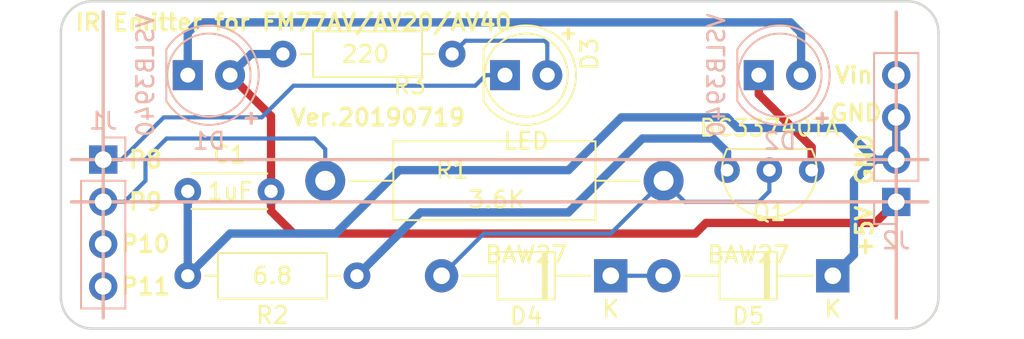
<source format=kicad_pcb>
(kicad_pcb (version 20171130) (host pcbnew "(5.0.2)-1")

  (general
    (thickness 1.6)
    (drawings 22)
    (tracks 67)
    (zones 0)
    (modules 12)
    (nets 14)
  )

  (page A4)
  (layers
    (0 F.Cu signal)
    (31 B.Cu signal)
    (32 B.Adhes user)
    (33 F.Adhes user)
    (34 B.Paste user)
    (35 F.Paste user)
    (36 B.SilkS user)
    (37 F.SilkS user)
    (38 B.Mask user)
    (39 F.Mask user)
    (40 Dwgs.User user)
    (41 Cmts.User user)
    (42 Eco1.User user)
    (43 Eco2.User user)
    (44 Edge.Cuts user)
    (45 Margin user)
    (46 B.CrtYd user)
    (47 F.CrtYd user)
    (48 B.Fab user)
    (49 F.Fab user)
  )

  (setup
    (last_trace_width 0.25)
    (trace_clearance 0.2)
    (zone_clearance 0.508)
    (zone_45_only no)
    (trace_min 0.2)
    (segment_width 0.2)
    (edge_width 0.15)
    (via_size 0.8)
    (via_drill 0.4)
    (via_min_size 0.4)
    (via_min_drill 0.3)
    (uvia_size 0.3)
    (uvia_drill 0.1)
    (uvias_allowed no)
    (uvia_min_size 0.2)
    (uvia_min_drill 0.1)
    (pcb_text_width 0.3)
    (pcb_text_size 1.5 1.5)
    (mod_edge_width 0.15)
    (mod_text_size 1 1)
    (mod_text_width 0.15)
    (pad_size 1.524 1.524)
    (pad_drill 0.762)
    (pad_to_mask_clearance 0.051)
    (solder_mask_min_width 0.25)
    (aux_axis_origin 0 0)
    (visible_elements 7FFFFFFF)
    (pcbplotparams
      (layerselection 0x010fc_ffffffff)
      (usegerberextensions false)
      (usegerberattributes false)
      (usegerberadvancedattributes false)
      (creategerberjobfile false)
      (excludeedgelayer true)
      (linewidth 0.100000)
      (plotframeref false)
      (viasonmask false)
      (mode 1)
      (useauxorigin false)
      (hpglpennumber 1)
      (hpglpenspeed 20)
      (hpglpendiameter 15.000000)
      (psnegative false)
      (psa4output false)
      (plotreference true)
      (plotvalue true)
      (plotinvisibletext false)
      (padsonsilk false)
      (subtractmaskfromsilk false)
      (outputformat 1)
      (mirror false)
      (drillshape 1)
      (scaleselection 1)
      (outputdirectory ""))
  )

  (net 0 "")
  (net 1 "Net-(D2-Pad1)")
  (net 2 "Net-(D4-Pad2)")
  (net 3 "Net-(Q1-Pad3)")
  (net 4 /P9)
  (net 5 GND)
  (net 6 +5V)
  (net 7 "Net-(D3-Pad2)")
  (net 8 "Net-(D1-Pad1)")
  (net 9 /P8)
  (net 10 "Net-(D4-Pad1)")
  (net 11 /P10)
  (net 12 /P11)
  (net 13 "Net-(J2-Pad4)")

  (net_class Default "This is the default net class."
    (clearance 0.2)
    (trace_width 0.25)
    (via_dia 0.8)
    (via_drill 0.4)
    (uvia_dia 0.3)
    (uvia_drill 0.1)
    (add_net /P10)
    (add_net /P11)
    (add_net /P8)
    (add_net /P9)
    (add_net "Net-(D1-Pad1)")
    (add_net "Net-(D2-Pad1)")
    (add_net "Net-(D3-Pad2)")
    (add_net "Net-(D4-Pad1)")
    (add_net "Net-(D4-Pad2)")
    (add_net "Net-(J2-Pad4)")
    (add_net "Net-(Q1-Pad3)")
  )

  (net_class Power ""
    (clearance 0.2)
    (trace_width 0.5)
    (via_dia 0.8)
    (via_drill 0.4)
    (uvia_dia 0.3)
    (uvia_drill 0.1)
    (add_net +5V)
    (add_net GND)
  )

  (module Connector_PinHeader_2.54mm:PinHeader_1x04_P2.54mm_Vertical (layer B.Cu) (tedit 59FED5CC) (tstamp 5D3CCFE6)
    (at 128.905 92.71)
    (descr "Through hole straight pin header, 1x04, 2.54mm pitch, single row")
    (tags "Through hole pin header THT 1x04 2.54mm single row")
    (path /5D23EEC9)
    (fp_text reference J2 (at 0 2.33) (layer B.SilkS)
      (effects (font (size 1 1) (thickness 0.15)) (justify mirror))
    )
    (fp_text value Arduino_Pin_5V_GND (at 0 -9.95) (layer B.Fab)
      (effects (font (size 1 1) (thickness 0.15)) (justify mirror))
    )
    (fp_text user %R (at 0 -3.81 -90) (layer B.Fab)
      (effects (font (size 1 1) (thickness 0.15)) (justify mirror))
    )
    (fp_line (start 1.8 1.8) (end -1.8 1.8) (layer B.CrtYd) (width 0.05))
    (fp_line (start 1.8 -9.4) (end 1.8 1.8) (layer B.CrtYd) (width 0.05))
    (fp_line (start -1.8 -9.4) (end 1.8 -9.4) (layer B.CrtYd) (width 0.05))
    (fp_line (start -1.8 1.8) (end -1.8 -9.4) (layer B.CrtYd) (width 0.05))
    (fp_line (start -1.33 1.33) (end 0 1.33) (layer B.SilkS) (width 0.12))
    (fp_line (start -1.33 0) (end -1.33 1.33) (layer B.SilkS) (width 0.12))
    (fp_line (start -1.33 -1.27) (end 1.33 -1.27) (layer B.SilkS) (width 0.12))
    (fp_line (start 1.33 -1.27) (end 1.33 -8.95) (layer B.SilkS) (width 0.12))
    (fp_line (start -1.33 -1.27) (end -1.33 -8.95) (layer B.SilkS) (width 0.12))
    (fp_line (start -1.33 -8.95) (end 1.33 -8.95) (layer B.SilkS) (width 0.12))
    (fp_line (start -1.27 0.635) (end -0.635 1.27) (layer B.Fab) (width 0.1))
    (fp_line (start -1.27 -8.89) (end -1.27 0.635) (layer B.Fab) (width 0.1))
    (fp_line (start 1.27 -8.89) (end -1.27 -8.89) (layer B.Fab) (width 0.1))
    (fp_line (start 1.27 1.27) (end 1.27 -8.89) (layer B.Fab) (width 0.1))
    (fp_line (start -0.635 1.27) (end 1.27 1.27) (layer B.Fab) (width 0.1))
    (pad 4 thru_hole oval (at 0 -7.62) (size 1.7 1.7) (drill 1) (layers *.Cu *.Mask)
      (net 13 "Net-(J2-Pad4)"))
    (pad 3 thru_hole oval (at 0 -5.08) (size 1.7 1.7) (drill 1) (layers *.Cu *.Mask)
      (net 5 GND))
    (pad 2 thru_hole oval (at 0 -2.54) (size 1.7 1.7) (drill 1) (layers *.Cu *.Mask)
      (net 5 GND))
    (pad 1 thru_hole rect (at 0 0) (size 1.7 1.7) (drill 1) (layers *.Cu *.Mask)
      (net 6 +5V))
    (model ${KISYS3DMOD}/Connector_PinHeader_2.54mm.3dshapes/PinHeader_1x04_P2.54mm_Vertical.wrl
      (at (xyz 0 0 0))
      (scale (xyz 1 1 1))
      (rotate (xyz 0 0 0))
    )
  )

  (module Connector_PinHeader_2.54mm:PinHeader_1x04_P2.54mm_Vertical (layer B.Cu) (tedit 59FED5CC) (tstamp 5D3CCFCF)
    (at 81.28 90.17 180)
    (descr "Through hole straight pin header, 1x04, 2.54mm pitch, single row")
    (tags "Through hole pin header THT 1x04 2.54mm single row")
    (path /5D23EE15)
    (fp_text reference J1 (at 0 2.33 180) (layer B.SilkS)
      (effects (font (size 1 1) (thickness 0.15)) (justify mirror))
    )
    (fp_text value Arduino_Pin_8_9 (at 0 -9.95 180) (layer B.Fab)
      (effects (font (size 1 1) (thickness 0.15)) (justify mirror))
    )
    (fp_line (start -0.635 1.27) (end 1.27 1.27) (layer B.Fab) (width 0.1))
    (fp_line (start 1.27 1.27) (end 1.27 -8.89) (layer B.Fab) (width 0.1))
    (fp_line (start 1.27 -8.89) (end -1.27 -8.89) (layer B.Fab) (width 0.1))
    (fp_line (start -1.27 -8.89) (end -1.27 0.635) (layer B.Fab) (width 0.1))
    (fp_line (start -1.27 0.635) (end -0.635 1.27) (layer B.Fab) (width 0.1))
    (fp_line (start -1.33 -8.95) (end 1.33 -8.95) (layer B.SilkS) (width 0.12))
    (fp_line (start -1.33 -1.27) (end -1.33 -8.95) (layer B.SilkS) (width 0.12))
    (fp_line (start 1.33 -1.27) (end 1.33 -8.95) (layer B.SilkS) (width 0.12))
    (fp_line (start -1.33 -1.27) (end 1.33 -1.27) (layer B.SilkS) (width 0.12))
    (fp_line (start -1.33 0) (end -1.33 1.33) (layer B.SilkS) (width 0.12))
    (fp_line (start -1.33 1.33) (end 0 1.33) (layer B.SilkS) (width 0.12))
    (fp_line (start -1.8 1.8) (end -1.8 -9.4) (layer B.CrtYd) (width 0.05))
    (fp_line (start -1.8 -9.4) (end 1.8 -9.4) (layer B.CrtYd) (width 0.05))
    (fp_line (start 1.8 -9.4) (end 1.8 1.8) (layer B.CrtYd) (width 0.05))
    (fp_line (start 1.8 1.8) (end -1.8 1.8) (layer B.CrtYd) (width 0.05))
    (fp_text user %R (at 0 -3.81 90) (layer B.Fab)
      (effects (font (size 1 1) (thickness 0.15)) (justify mirror))
    )
    (pad 1 thru_hole rect (at 0 0 180) (size 1.7 1.7) (drill 1) (layers *.Cu *.Mask)
      (net 9 /P8))
    (pad 2 thru_hole oval (at 0 -2.54 180) (size 1.7 1.7) (drill 1) (layers *.Cu *.Mask)
      (net 4 /P9))
    (pad 3 thru_hole oval (at 0 -5.08 180) (size 1.7 1.7) (drill 1) (layers *.Cu *.Mask)
      (net 11 /P10))
    (pad 4 thru_hole oval (at 0 -7.62 180) (size 1.7 1.7) (drill 1) (layers *.Cu *.Mask)
      (net 12 /P11))
    (model ${KISYS3DMOD}/Connector_PinHeader_2.54mm.3dshapes/PinHeader_1x04_P2.54mm_Vertical.wrl
      (at (xyz 0 0 0))
      (scale (xyz 1 1 1))
      (rotate (xyz 0 0 0))
    )
  )

  (module Capacitor_THT:C_Disc_D4.3mm_W1.9mm_P5.00mm (layer F.Cu) (tedit 5D241442) (tstamp 5D249ED4)
    (at 86.36 92.075)
    (descr "C, Disc series, Radial, pin pitch=5.00mm, , diameter*width=4.3*1.9mm^2, Capacitor, http://www.vishay.com/docs/45233/krseries.pdf")
    (tags "C Disc series Radial pin pitch 5.00mm  diameter 4.3mm width 1.9mm Capacitor")
    (path /5D23F1D3)
    (fp_text reference C1 (at 2.5 -2.2) (layer F.SilkS)
      (effects (font (size 1 1) (thickness 0.15)))
    )
    (fp_text value 1uF (at 2.54 0) (layer F.SilkS)
      (effects (font (size 1 1) (thickness 0.15)))
    )
    (fp_line (start 0.35 -0.95) (end 0.35 0.95) (layer F.Fab) (width 0.1))
    (fp_line (start 0.35 0.95) (end 4.65 0.95) (layer F.Fab) (width 0.1))
    (fp_line (start 4.65 0.95) (end 4.65 -0.95) (layer F.Fab) (width 0.1))
    (fp_line (start 4.65 -0.95) (end 0.35 -0.95) (layer F.Fab) (width 0.1))
    (fp_line (start 0.23 -1.07) (end 4.77 -1.07) (layer F.SilkS) (width 0.12))
    (fp_line (start 0.23 1.07) (end 4.77 1.07) (layer F.SilkS) (width 0.12))
    (fp_line (start 0.23 -1.07) (end 0.23 -1.055) (layer F.SilkS) (width 0.12))
    (fp_line (start 0.23 1.055) (end 0.23 1.07) (layer F.SilkS) (width 0.12))
    (fp_line (start 4.77 -1.07) (end 4.77 -1.055) (layer F.SilkS) (width 0.12))
    (fp_line (start 4.77 1.055) (end 4.77 1.07) (layer F.SilkS) (width 0.12))
    (fp_line (start -1.05 -1.2) (end -1.05 1.2) (layer F.CrtYd) (width 0.05))
    (fp_line (start -1.05 1.2) (end 6.05 1.2) (layer F.CrtYd) (width 0.05))
    (fp_line (start 6.05 1.2) (end 6.05 -1.2) (layer F.CrtYd) (width 0.05))
    (fp_line (start 6.05 -1.2) (end -1.05 -1.2) (layer F.CrtYd) (width 0.05))
    (fp_text user %R (at 2.54 -1.905) (layer F.Fab)
      (effects (font (size 0.86 0.86) (thickness 0.129)))
    )
    (pad 1 thru_hole circle (at 0 0) (size 1.6 1.6) (drill 0.8) (layers *.Cu *.Mask)
      (net 5 GND))
    (pad 2 thru_hole circle (at 5 0) (size 1.6 1.6) (drill 0.8) (layers *.Cu *.Mask)
      (net 6 +5V))
    (model ${KISYS3DMOD}/Capacitor_THT.3dshapes/C_Disc_D4.3mm_W1.9mm_P5.00mm.wrl
      (at (xyz 0 0 0))
      (scale (xyz 1 1 1))
      (rotate (xyz 0 0 0))
    )
  )

  (module Diode_THT:D_T-1_P10.16mm_Horizontal (layer F.Cu) (tedit 5D241459) (tstamp 5D3CD39F)
    (at 125.095 97.155 180)
    (descr "Diode, T-1 series, Axial, Horizontal, pin pitch=10.16mm, , length*diameter=3.2*2.6mm^2, , http://www.diodes.com/_files/packages/T-1.pdf")
    (tags "Diode T-1 series Axial Horizontal pin pitch 10.16mm  length 3.2mm diameter 2.6mm")
    (path /5D23EAEF)
    (fp_text reference D5 (at 5.08 -2.42 180) (layer F.SilkS)
      (effects (font (size 1 1) (thickness 0.15)))
    )
    (fp_text value BAW27 (at 5.08 1.27 180) (layer F.SilkS)
      (effects (font (size 1 1) (thickness 0.15)))
    )
    (fp_text user K (at 0 -2 180) (layer F.SilkS)
      (effects (font (size 1 1) (thickness 0.15)))
    )
    (fp_text user K (at 0 -2 180) (layer F.Fab)
      (effects (font (size 1 1) (thickness 0.15)))
    )
    (fp_text user %R (at 5.32 0 180) (layer F.Fab)
      (effects (font (size 0.64 0.64) (thickness 0.096)))
    )
    (fp_line (start 11.41 -1.55) (end -1.25 -1.55) (layer F.CrtYd) (width 0.05))
    (fp_line (start 11.41 1.55) (end 11.41 -1.55) (layer F.CrtYd) (width 0.05))
    (fp_line (start -1.25 1.55) (end 11.41 1.55) (layer F.CrtYd) (width 0.05))
    (fp_line (start -1.25 -1.55) (end -1.25 1.55) (layer F.CrtYd) (width 0.05))
    (fp_line (start 3.84 -1.42) (end 3.84 1.42) (layer F.SilkS) (width 0.12))
    (fp_line (start 4.08 -1.42) (end 4.08 1.42) (layer F.SilkS) (width 0.12))
    (fp_line (start 3.96 -1.42) (end 3.96 1.42) (layer F.SilkS) (width 0.12))
    (fp_line (start 8.92 0) (end 6.8 0) (layer F.SilkS) (width 0.12))
    (fp_line (start 1.24 0) (end 3.36 0) (layer F.SilkS) (width 0.12))
    (fp_line (start 6.8 -1.42) (end 3.36 -1.42) (layer F.SilkS) (width 0.12))
    (fp_line (start 6.8 1.42) (end 6.8 -1.42) (layer F.SilkS) (width 0.12))
    (fp_line (start 3.36 1.42) (end 6.8 1.42) (layer F.SilkS) (width 0.12))
    (fp_line (start 3.36 -1.42) (end 3.36 1.42) (layer F.SilkS) (width 0.12))
    (fp_line (start 3.86 -1.3) (end 3.86 1.3) (layer F.Fab) (width 0.1))
    (fp_line (start 4.06 -1.3) (end 4.06 1.3) (layer F.Fab) (width 0.1))
    (fp_line (start 3.96 -1.3) (end 3.96 1.3) (layer F.Fab) (width 0.1))
    (fp_line (start 10.16 0) (end 6.68 0) (layer F.Fab) (width 0.1))
    (fp_line (start 0 0) (end 3.48 0) (layer F.Fab) (width 0.1))
    (fp_line (start 6.68 -1.3) (end 3.48 -1.3) (layer F.Fab) (width 0.1))
    (fp_line (start 6.68 1.3) (end 6.68 -1.3) (layer F.Fab) (width 0.1))
    (fp_line (start 3.48 1.3) (end 6.68 1.3) (layer F.Fab) (width 0.1))
    (fp_line (start 3.48 -1.3) (end 3.48 1.3) (layer F.Fab) (width 0.1))
    (pad 2 thru_hole oval (at 10.16 0 180) (size 2 2) (drill 1) (layers *.Cu *.Mask)
      (net 10 "Net-(D4-Pad1)"))
    (pad 1 thru_hole rect (at 0 0 180) (size 2 2) (drill 1) (layers *.Cu *.Mask)
      (net 5 GND))
    (model ${KISYS3DMOD}/Diode_THT.3dshapes/D_T-1_P10.16mm_Horizontal.wrl
      (at (xyz 0 0 0))
      (scale (xyz 1 1 1))
      (rotate (xyz 0 0 0))
    )
  )

  (module Diode_THT:D_T-1_P10.16mm_Horizontal (layer F.Cu) (tedit 5D24144D) (tstamp 5D3CBF33)
    (at 111.76 97.155 180)
    (descr "Diode, T-1 series, Axial, Horizontal, pin pitch=10.16mm, , length*diameter=3.2*2.6mm^2, , http://www.diodes.com/_files/packages/T-1.pdf")
    (tags "Diode T-1 series Axial Horizontal pin pitch 10.16mm  length 3.2mm diameter 2.6mm")
    (path /5D23EA91)
    (fp_text reference D4 (at 5.08 -2.42 180) (layer F.SilkS)
      (effects (font (size 1 1) (thickness 0.15)))
    )
    (fp_text value BAW27 (at 5.08 1.27 180) (layer F.SilkS)
      (effects (font (size 1 1) (thickness 0.15)))
    )
    (fp_line (start 3.48 -1.3) (end 3.48 1.3) (layer F.Fab) (width 0.1))
    (fp_line (start 3.48 1.3) (end 6.68 1.3) (layer F.Fab) (width 0.1))
    (fp_line (start 6.68 1.3) (end 6.68 -1.3) (layer F.Fab) (width 0.1))
    (fp_line (start 6.68 -1.3) (end 3.48 -1.3) (layer F.Fab) (width 0.1))
    (fp_line (start 0 0) (end 3.48 0) (layer F.Fab) (width 0.1))
    (fp_line (start 10.16 0) (end 6.68 0) (layer F.Fab) (width 0.1))
    (fp_line (start 3.96 -1.3) (end 3.96 1.3) (layer F.Fab) (width 0.1))
    (fp_line (start 4.06 -1.3) (end 4.06 1.3) (layer F.Fab) (width 0.1))
    (fp_line (start 3.86 -1.3) (end 3.86 1.3) (layer F.Fab) (width 0.1))
    (fp_line (start 3.36 -1.42) (end 3.36 1.42) (layer F.SilkS) (width 0.12))
    (fp_line (start 3.36 1.42) (end 6.8 1.42) (layer F.SilkS) (width 0.12))
    (fp_line (start 6.8 1.42) (end 6.8 -1.42) (layer F.SilkS) (width 0.12))
    (fp_line (start 6.8 -1.42) (end 3.36 -1.42) (layer F.SilkS) (width 0.12))
    (fp_line (start 1.24 0) (end 3.36 0) (layer F.SilkS) (width 0.12))
    (fp_line (start 8.92 0) (end 6.8 0) (layer F.SilkS) (width 0.12))
    (fp_line (start 3.96 -1.42) (end 3.96 1.42) (layer F.SilkS) (width 0.12))
    (fp_line (start 4.08 -1.42) (end 4.08 1.42) (layer F.SilkS) (width 0.12))
    (fp_line (start 3.84 -1.42) (end 3.84 1.42) (layer F.SilkS) (width 0.12))
    (fp_line (start -1.25 -1.55) (end -1.25 1.55) (layer F.CrtYd) (width 0.05))
    (fp_line (start -1.25 1.55) (end 11.41 1.55) (layer F.CrtYd) (width 0.05))
    (fp_line (start 11.41 1.55) (end 11.41 -1.55) (layer F.CrtYd) (width 0.05))
    (fp_line (start 11.41 -1.55) (end -1.25 -1.55) (layer F.CrtYd) (width 0.05))
    (fp_text user %R (at 5.32 0 180) (layer F.Fab)
      (effects (font (size 0.64 0.64) (thickness 0.096)))
    )
    (fp_text user K (at 0 -2 180) (layer F.Fab)
      (effects (font (size 1 1) (thickness 0.15)))
    )
    (fp_text user K (at 0 -2 180) (layer F.SilkS)
      (effects (font (size 1 1) (thickness 0.15)))
    )
    (pad 1 thru_hole rect (at 0 0 180) (size 2 2) (drill 1) (layers *.Cu *.Mask)
      (net 10 "Net-(D4-Pad1)"))
    (pad 2 thru_hole oval (at 10.16 0 180) (size 2 2) (drill 1) (layers *.Cu *.Mask)
      (net 2 "Net-(D4-Pad2)"))
    (model ${KISYS3DMOD}/Diode_THT.3dshapes/D_T-1_P10.16mm_Horizontal.wrl
      (at (xyz 0 0 0))
      (scale (xyz 1 1 1))
      (rotate (xyz 0 0 0))
    )
  )

  (module LED_THT:LED_D5.0mm (layer F.Cu) (tedit 5D241513) (tstamp 5D24A305)
    (at 105.41 85.09)
    (descr "LED, diameter 5.0mm, 2 pins, http://cdn-reichelt.de/documents/datenblatt/A500/LL-504BC2E-009.pdf")
    (tags "LED diameter 5.0mm 2 pins")
    (path /5D23ECDE)
    (fp_text reference D3 (at 5.08 -1.27 90) (layer F.SilkS)
      (effects (font (size 1 1) (thickness 0.15)))
    )
    (fp_text value LED (at 1.27 3.96) (layer F.SilkS)
      (effects (font (size 1 1) (thickness 0.15)))
    )
    (fp_arc (start 1.27 0) (end -1.23 -1.469694) (angle 299.1) (layer F.Fab) (width 0.1))
    (fp_arc (start 1.27 0) (end -1.29 -1.54483) (angle 148.9) (layer F.SilkS) (width 0.12))
    (fp_arc (start 1.27 0) (end -1.29 1.54483) (angle -148.9) (layer F.SilkS) (width 0.12))
    (fp_circle (center 1.27 0) (end 3.77 0) (layer F.Fab) (width 0.1))
    (fp_circle (center 1.27 0) (end 3.77 0) (layer F.SilkS) (width 0.12))
    (fp_line (start -1.23 -1.469694) (end -1.23 1.469694) (layer F.Fab) (width 0.1))
    (fp_line (start -1.29 -1.545) (end -1.29 1.545) (layer F.SilkS) (width 0.12))
    (fp_line (start -1.95 -3.25) (end -1.95 3.25) (layer F.CrtYd) (width 0.05))
    (fp_line (start -1.95 3.25) (end 4.5 3.25) (layer F.CrtYd) (width 0.05))
    (fp_line (start 4.5 3.25) (end 4.5 -3.25) (layer F.CrtYd) (width 0.05))
    (fp_line (start 4.5 -3.25) (end -1.95 -3.25) (layer F.CrtYd) (width 0.05))
    (fp_text user + (at 3.81 -2.54) (layer F.SilkS)
      (effects (font (size 0.8 0.8) (thickness 0.2)))
    )
    (pad 1 thru_hole rect (at 0 0) (size 1.8 1.8) (drill 0.9) (layers *.Cu *.Mask)
      (net 9 /P8))
    (pad 2 thru_hole circle (at 2.54 0) (size 1.8 1.8) (drill 0.9) (layers *.Cu *.Mask)
      (net 7 "Net-(D3-Pad2)"))
    (model ${KISYS3DMOD}/LED_THT.3dshapes/LED_D5.0mm.wrl
      (at (xyz 0 0 0))
      (scale (xyz 1 1 1))
      (rotate (xyz 0 0 0))
    )
  )

  (module LED_THT:LED_D5.0mm (layer B.Cu) (tedit 5D241521) (tstamp 5D3CBDDC)
    (at 120.65 85.09)
    (descr "LED, diameter 5.0mm, 2 pins, http://cdn-reichelt.de/documents/datenblatt/A500/LL-504BC2E-009.pdf")
    (tags "LED diameter 5.0mm 2 pins")
    (path /5D23EBC7)
    (fp_text reference D2 (at 1.27 3.96) (layer B.SilkS)
      (effects (font (size 1 1) (thickness 0.15)) (justify mirror))
    )
    (fp_text value VSLB3940 (at -2.54 0 90) (layer B.SilkS)
      (effects (font (size 1 1) (thickness 0.15)) (justify mirror))
    )
    (fp_text user + (at 3.81 2.54) (layer B.SilkS)
      (effects (font (size 0.8 0.8) (thickness 0.2)) (justify mirror))
    )
    (fp_line (start 4.5 3.25) (end -1.95 3.25) (layer B.CrtYd) (width 0.05))
    (fp_line (start 4.5 -3.25) (end 4.5 3.25) (layer B.CrtYd) (width 0.05))
    (fp_line (start -1.95 -3.25) (end 4.5 -3.25) (layer B.CrtYd) (width 0.05))
    (fp_line (start -1.95 3.25) (end -1.95 -3.25) (layer B.CrtYd) (width 0.05))
    (fp_line (start -1.29 1.545) (end -1.29 -1.545) (layer B.SilkS) (width 0.12))
    (fp_line (start -1.23 1.469694) (end -1.23 -1.469694) (layer B.Fab) (width 0.1))
    (fp_circle (center 1.27 0) (end 3.77 0) (layer B.SilkS) (width 0.12))
    (fp_circle (center 1.27 0) (end 3.77 0) (layer B.Fab) (width 0.1))
    (fp_arc (start 1.27 0) (end -1.29 -1.54483) (angle 148.9) (layer B.SilkS) (width 0.12))
    (fp_arc (start 1.27 0) (end -1.29 1.54483) (angle -148.9) (layer B.SilkS) (width 0.12))
    (fp_arc (start 1.27 0) (end -1.23 1.469694) (angle -299.1) (layer B.Fab) (width 0.1))
    (pad 2 thru_hole circle (at 2.54 0) (size 1.8 1.8) (drill 0.9) (layers *.Cu *.Mask)
      (net 8 "Net-(D1-Pad1)"))
    (pad 1 thru_hole rect (at 0 0) (size 1.8 1.8) (drill 0.9) (layers *.Cu *.Mask)
      (net 1 "Net-(D2-Pad1)"))
    (model ${KISYS3DMOD}/LED_THT.3dshapes/LED_D5.0mm.wrl
      (at (xyz 0 0 0))
      (scale (xyz 1 1 1))
      (rotate (xyz 0 0 0))
    )
  )

  (module LED_THT:LED_D5.0mm (layer B.Cu) (tedit 5D2414D8) (tstamp 5D3CBE0F)
    (at 86.36 85.09)
    (descr "LED, diameter 5.0mm, 2 pins, http://cdn-reichelt.de/documents/datenblatt/A500/LL-504BC2E-009.pdf")
    (tags "LED diameter 5.0mm 2 pins")
    (path /5D23EA04)
    (fp_text reference D1 (at 1.27 3.96) (layer B.SilkS)
      (effects (font (size 1 1) (thickness 0.15)) (justify mirror))
    )
    (fp_text value VSLB3940 (at -2.54 0 90) (layer B.SilkS)
      (effects (font (size 1 1) (thickness 0.15)) (justify mirror))
    )
    (fp_arc (start 1.27 0) (end -1.23 1.469694) (angle -299.1) (layer B.Fab) (width 0.1))
    (fp_arc (start 1.27 0) (end -1.29 1.54483) (angle -148.9) (layer B.SilkS) (width 0.12))
    (fp_arc (start 1.27 0) (end -1.29 -1.54483) (angle 148.9) (layer B.SilkS) (width 0.12))
    (fp_circle (center 1.27 0) (end 3.77 0) (layer B.Fab) (width 0.1))
    (fp_circle (center 1.27 0) (end 3.77 0) (layer B.SilkS) (width 0.12))
    (fp_line (start -1.23 1.469694) (end -1.23 -1.469694) (layer B.Fab) (width 0.1))
    (fp_line (start -1.29 1.545) (end -1.29 -1.545) (layer B.SilkS) (width 0.12))
    (fp_line (start -1.95 3.25) (end -1.95 -3.25) (layer B.CrtYd) (width 0.05))
    (fp_line (start -1.95 -3.25) (end 4.5 -3.25) (layer B.CrtYd) (width 0.05))
    (fp_line (start 4.5 -3.25) (end 4.5 3.25) (layer B.CrtYd) (width 0.05))
    (fp_line (start 4.5 3.25) (end -1.95 3.25) (layer B.CrtYd) (width 0.05))
    (fp_text user + (at 3.81 2.54) (layer B.SilkS)
      (effects (font (size 0.8 0.8) (thickness 0.2)) (justify mirror))
    )
    (pad 1 thru_hole rect (at 0 0) (size 1.8 1.8) (drill 0.9) (layers *.Cu *.Mask)
      (net 8 "Net-(D1-Pad1)"))
    (pad 2 thru_hole circle (at 2.54 0) (size 1.8 1.8) (drill 0.9) (layers *.Cu *.Mask)
      (net 6 +5V))
    (model ${KISYS3DMOD}/LED_THT.3dshapes/LED_D5.0mm.wrl
      (at (xyz 0 0 0))
      (scale (xyz 1 1 1))
      (rotate (xyz 0 0 0))
    )
  )

  (module Resistor_THT:R_Axial_DIN0207_L6.3mm_D2.5mm_P10.16mm_Horizontal (layer F.Cu) (tedit 5D241482) (tstamp 5D3CBE47)
    (at 102.235 83.82 180)
    (descr "Resistor, Axial_DIN0207 series, Axial, Horizontal, pin pitch=10.16mm, 0.25W = 1/4W, length*diameter=6.3*2.5mm^2, http://cdn-reichelt.de/documents/datenblatt/B400/1_4W%23YAG.pdf")
    (tags "Resistor Axial_DIN0207 series Axial Horizontal pin pitch 10.16mm 0.25W = 1/4W length 6.3mm diameter 2.5mm")
    (path /5D23F264)
    (fp_text reference R3 (at 2.54 -1.905 180) (layer F.SilkS)
      (effects (font (size 1 1) (thickness 0.15)))
    )
    (fp_text value 220 (at 5.207 0 180) (layer F.SilkS)
      (effects (font (size 1 1) (thickness 0.15)))
    )
    (fp_text user %R (at 5.207 -1.905 180) (layer F.Fab)
      (effects (font (size 1 1) (thickness 0.15)))
    )
    (fp_line (start 11.21 -1.5) (end -1.05 -1.5) (layer F.CrtYd) (width 0.05))
    (fp_line (start 11.21 1.5) (end 11.21 -1.5) (layer F.CrtYd) (width 0.05))
    (fp_line (start -1.05 1.5) (end 11.21 1.5) (layer F.CrtYd) (width 0.05))
    (fp_line (start -1.05 -1.5) (end -1.05 1.5) (layer F.CrtYd) (width 0.05))
    (fp_line (start 9.12 0) (end 8.35 0) (layer F.SilkS) (width 0.12))
    (fp_line (start 1.04 0) (end 1.81 0) (layer F.SilkS) (width 0.12))
    (fp_line (start 8.35 -1.37) (end 1.81 -1.37) (layer F.SilkS) (width 0.12))
    (fp_line (start 8.35 1.37) (end 8.35 -1.37) (layer F.SilkS) (width 0.12))
    (fp_line (start 1.81 1.37) (end 8.35 1.37) (layer F.SilkS) (width 0.12))
    (fp_line (start 1.81 -1.37) (end 1.81 1.37) (layer F.SilkS) (width 0.12))
    (fp_line (start 10.16 0) (end 8.23 0) (layer F.Fab) (width 0.1))
    (fp_line (start 0 0) (end 1.93 0) (layer F.Fab) (width 0.1))
    (fp_line (start 8.23 -1.25) (end 1.93 -1.25) (layer F.Fab) (width 0.1))
    (fp_line (start 8.23 1.25) (end 8.23 -1.25) (layer F.Fab) (width 0.1))
    (fp_line (start 1.93 1.25) (end 8.23 1.25) (layer F.Fab) (width 0.1))
    (fp_line (start 1.93 -1.25) (end 1.93 1.25) (layer F.Fab) (width 0.1))
    (pad 2 thru_hole oval (at 10.16 0 180) (size 1.6 1.6) (drill 0.8) (layers *.Cu *.Mask)
      (net 6 +5V))
    (pad 1 thru_hole circle (at 0 0 180) (size 1.6 1.6) (drill 0.8) (layers *.Cu *.Mask)
      (net 7 "Net-(D3-Pad2)"))
    (model ${KISYS3DMOD}/Resistor_THT.3dshapes/R_Axial_DIN0207_L6.3mm_D2.5mm_P10.16mm_Horizontal.wrl
      (at (xyz 0 0 0))
      (scale (xyz 1 1 1))
      (rotate (xyz 0 0 0))
    )
  )

  (module Resistor_THT:R_Axial_DIN0207_L6.3mm_D2.5mm_P10.16mm_Horizontal (layer F.Cu) (tedit 5D24146D) (tstamp 5D3CBE89)
    (at 96.52 97.155 180)
    (descr "Resistor, Axial_DIN0207 series, Axial, Horizontal, pin pitch=10.16mm, 0.25W = 1/4W, length*diameter=6.3*2.5mm^2, http://cdn-reichelt.de/documents/datenblatt/B400/1_4W%23YAG.pdf")
    (tags "Resistor Axial_DIN0207 series Axial Horizontal pin pitch 10.16mm 0.25W = 1/4W length 6.3mm diameter 2.5mm")
    (path /5D23F083)
    (fp_text reference R2 (at 5.08 -2.37 180) (layer F.SilkS)
      (effects (font (size 1 1) (thickness 0.15)))
    )
    (fp_text value 6.8 (at 5.08 0 180) (layer F.SilkS)
      (effects (font (size 1 1) (thickness 0.15)))
    )
    (fp_line (start 1.93 -1.25) (end 1.93 1.25) (layer F.Fab) (width 0.1))
    (fp_line (start 1.93 1.25) (end 8.23 1.25) (layer F.Fab) (width 0.1))
    (fp_line (start 8.23 1.25) (end 8.23 -1.25) (layer F.Fab) (width 0.1))
    (fp_line (start 8.23 -1.25) (end 1.93 -1.25) (layer F.Fab) (width 0.1))
    (fp_line (start 0 0) (end 1.93 0) (layer F.Fab) (width 0.1))
    (fp_line (start 10.16 0) (end 8.23 0) (layer F.Fab) (width 0.1))
    (fp_line (start 1.81 -1.37) (end 1.81 1.37) (layer F.SilkS) (width 0.12))
    (fp_line (start 1.81 1.37) (end 8.35 1.37) (layer F.SilkS) (width 0.12))
    (fp_line (start 8.35 1.37) (end 8.35 -1.37) (layer F.SilkS) (width 0.12))
    (fp_line (start 8.35 -1.37) (end 1.81 -1.37) (layer F.SilkS) (width 0.12))
    (fp_line (start 1.04 0) (end 1.81 0) (layer F.SilkS) (width 0.12))
    (fp_line (start 9.12 0) (end 8.35 0) (layer F.SilkS) (width 0.12))
    (fp_line (start -1.05 -1.5) (end -1.05 1.5) (layer F.CrtYd) (width 0.05))
    (fp_line (start -1.05 1.5) (end 11.21 1.5) (layer F.CrtYd) (width 0.05))
    (fp_line (start 11.21 1.5) (end 11.21 -1.5) (layer F.CrtYd) (width 0.05))
    (fp_line (start 11.21 -1.5) (end -1.05 -1.5) (layer F.CrtYd) (width 0.05))
    (fp_text user %R (at 5.08 -2.54 180) (layer F.Fab)
      (effects (font (size 1 1) (thickness 0.15)))
    )
    (pad 1 thru_hole circle (at 0 0 180) (size 1.6 1.6) (drill 0.8) (layers *.Cu *.Mask)
      (net 3 "Net-(Q1-Pad3)"))
    (pad 2 thru_hole oval (at 10.16 0 180) (size 1.6 1.6) (drill 0.8) (layers *.Cu *.Mask)
      (net 5 GND))
    (model ${KISYS3DMOD}/Resistor_THT.3dshapes/R_Axial_DIN0207_L6.3mm_D2.5mm_P10.16mm_Horizontal.wrl
      (at (xyz 0 0 0))
      (scale (xyz 1 1 1))
      (rotate (xyz 0 0 0))
    )
  )

  (module Resistor_THT:R_Axial_DIN0414_L11.9mm_D4.5mm_P20.32mm_Horizontal (layer F.Cu) (tedit 5D24141E) (tstamp 5D3CBECB)
    (at 114.935 91.44 180)
    (descr "Resistor, Axial_DIN0414 series, Axial, Horizontal, pin pitch=20.32mm, 2W, length*diameter=11.9*4.5mm^2, http://www.vishay.com/docs/20128/wkxwrx.pdf")
    (tags "Resistor Axial_DIN0414 series Axial Horizontal pin pitch 20.32mm 2W length 11.9mm diameter 4.5mm")
    (path /5D23EFF6)
    (fp_text reference R1 (at 12.7 0.635 180) (layer F.SilkS)
      (effects (font (size 1 1) (thickness 0.15)))
    )
    (fp_text value 3.6K (at 10.033 -1.143 180) (layer F.SilkS)
      (effects (font (size 1 1) (thickness 0.15)))
    )
    (fp_line (start 4.21 -2.25) (end 4.21 2.25) (layer F.Fab) (width 0.1))
    (fp_line (start 4.21 2.25) (end 16.11 2.25) (layer F.Fab) (width 0.1))
    (fp_line (start 16.11 2.25) (end 16.11 -2.25) (layer F.Fab) (width 0.1))
    (fp_line (start 16.11 -2.25) (end 4.21 -2.25) (layer F.Fab) (width 0.1))
    (fp_line (start 0 0) (end 4.21 0) (layer F.Fab) (width 0.1))
    (fp_line (start 20.32 0) (end 16.11 0) (layer F.Fab) (width 0.1))
    (fp_line (start 4.09 -2.37) (end 4.09 2.37) (layer F.SilkS) (width 0.12))
    (fp_line (start 4.09 2.37) (end 16.23 2.37) (layer F.SilkS) (width 0.12))
    (fp_line (start 16.23 2.37) (end 16.23 -2.37) (layer F.SilkS) (width 0.12))
    (fp_line (start 16.23 -2.37) (end 4.09 -2.37) (layer F.SilkS) (width 0.12))
    (fp_line (start 1.44 0) (end 4.09 0) (layer F.SilkS) (width 0.12))
    (fp_line (start 18.88 0) (end 16.23 0) (layer F.SilkS) (width 0.12))
    (fp_line (start -1.45 -2.5) (end -1.45 2.5) (layer F.CrtYd) (width 0.05))
    (fp_line (start -1.45 2.5) (end 21.77 2.5) (layer F.CrtYd) (width 0.05))
    (fp_line (start 21.77 2.5) (end 21.77 -2.5) (layer F.CrtYd) (width 0.05))
    (fp_line (start 21.77 -2.5) (end -1.45 -2.5) (layer F.CrtYd) (width 0.05))
    (fp_text user %R (at 10.16 0 180) (layer F.Fab)
      (effects (font (size 1 1) (thickness 0.15)))
    )
    (pad 1 thru_hole circle (at 0 0 180) (size 2.4 2.4) (drill 1.2) (layers *.Cu *.Mask)
      (net 2 "Net-(D4-Pad2)"))
    (pad 2 thru_hole oval (at 20.32 0 180) (size 2.4 2.4) (drill 1.2) (layers *.Cu *.Mask)
      (net 4 /P9))
    (model ${KISYS3DMOD}/Resistor_THT.3dshapes/R_Axial_DIN0414_L11.9mm_D4.5mm_P20.32mm_Horizontal.wrl
      (at (xyz 0 0 0))
      (scale (xyz 1 1 1))
      (rotate (xyz 0 0 0))
    )
  )

  (module Transistors:NPN_Transistor (layer F.Cu) (tedit 5D241400) (tstamp 5D24A353)
    (at 123.825 90.805 180)
    (path /5D23E875)
    (fp_text reference Q1 (at 2.54 -2.54 180) (layer F.SilkS)
      (effects (font (size 1 1) (thickness 0.15)))
    )
    (fp_text value BC33740TA (at 2.54 2.54 180) (layer F.SilkS)
      (effects (font (size 1 1) (thickness 0.15)))
    )
    (fp_arc (start 2.54 0) (end 5.08 1.27) (angle -233.1301024) (layer F.SilkS) (width 0.12))
    (fp_line (start 0 1.27) (end 5.08 1.27) (layer F.SilkS) (width 0.12))
    (fp_arc (start 2.54 0) (end 5.715 1.905) (angle -241.9) (layer F.CrtYd) (width 0.12))
    (fp_line (start -0.635 1.905) (end 5.715 1.905) (layer F.CrtYd) (width 0.12))
    (pad 1 thru_hole circle (at 0 0 180) (size 1.524 1.524) (drill 0.762) (layers *.Cu *.Mask)
      (net 1 "Net-(D2-Pad1)"))
    (pad 2 thru_hole circle (at 2.54 0 180) (size 1.524 1.524) (drill 0.762) (layers *.Cu *.Mask)
      (net 2 "Net-(D4-Pad2)"))
    (pad 3 thru_hole circle (at 5.08 0 180) (size 1.524 1.524) (drill 0.762) (layers *.Cu *.Mask)
      (net 3 "Net-(Q1-Pad3)"))
  )

  (gr_text Ver.20190719 (at 97.79 87.63) (layer F.SilkS)
    (effects (font (size 1 1) (thickness 0.2)))
  )
  (gr_text "IR Emitter for FM77AV/AV20/AV40" (at 92.71 81.915) (layer F.SilkS)
    (effects (font (size 1 1) (thickness 0.2)))
  )
  (gr_line (start 130.81 90.17) (end 79.375 90.17) (layer B.SilkS) (width 0.2))
  (gr_arc (start 129.54 98.425) (end 129.54 100.33) (angle -90) (layer Edge.Cuts) (width 0.15))
  (gr_arc (start 80.645 98.425) (end 78.74 98.425) (angle -90) (layer Edge.Cuts) (width 0.15))
  (gr_arc (start 80.645 82.55) (end 80.645 80.645) (angle -90) (layer Edge.Cuts) (width 0.15))
  (gr_arc (start 129.54 82.55) (end 131.445 82.55) (angle -90) (layer Edge.Cuts) (width 0.15))
  (gr_line (start 78.74 82.55) (end 78.74 98.425) (layer Edge.Cuts) (width 0.15))
  (gr_line (start 129.54 80.645) (end 80.645 80.645) (layer Edge.Cuts) (width 0.15))
  (gr_line (start 131.445 98.425) (end 131.445 82.55) (layer Edge.Cuts) (width 0.15))
  (gr_text Vin (at 126.365 85.09) (layer F.SilkS)
    (effects (font (size 1 1) (thickness 0.2)))
  )
  (gr_text GND (at 126.492 87.376) (layer F.SilkS)
    (effects (font (size 1 1) (thickness 0.2)))
  )
  (gr_text GND (at 127 90.17 90) (layer F.SilkS)
    (effects (font (size 1 1) (thickness 0.2)))
  )
  (gr_text +5V (at 127 94.488 90) (layer F.SilkS)
    (effects (font (size 1 1) (thickness 0.2)))
  )
  (gr_text P11 (at 83.82 97.79) (layer F.SilkS)
    (effects (font (size 1 1) (thickness 0.2)))
  )
  (gr_text "P10\n" (at 83.82 95.25) (layer F.SilkS)
    (effects (font (size 1 1) (thickness 0.2)))
  )
  (gr_text P9 (at 83.82 92.71) (layer F.SilkS)
    (effects (font (size 1 1) (thickness 0.2)))
  )
  (gr_text P8 (at 83.82 90.17) (layer F.SilkS)
    (effects (font (size 1 1) (thickness 0.2)))
  )
  (gr_line (start 81.28 99.695) (end 81.28 81.28) (layer B.SilkS) (width 0.2))
  (gr_line (start 130.81 92.71) (end 79.375 92.71) (layer B.SilkS) (width 0.2))
  (gr_line (start 128.905 81.28) (end 128.905 99.695) (layer B.SilkS) (width 0.2))
  (gr_line (start 80.645 100.33) (end 129.54 100.33) (layer Edge.Cuts) (width 0.15) (tstamp 5D3CD02A))

  (segment (start 120.65 86.24) (end 123.825 89.415) (width 0.5) (layer F.Cu) (net 1))
  (segment (start 120.65 85.09) (end 120.65 86.24) (width 0.5) (layer F.Cu) (net 1))
  (segment (start 123.825 89.415) (end 123.825 90.805) (width 0.5) (layer F.Cu) (net 1))
  (segment (start 116.205 92.71) (end 114.935 91.44) (width 0.25) (layer B.Cu) (net 2))
  (segment (start 120.65 92.71) (end 116.205 92.71) (width 0.25) (layer B.Cu) (net 2))
  (segment (start 121.285 90.805) (end 121.285 92.075) (width 0.25) (layer B.Cu) (net 2))
  (segment (start 121.285 92.075) (end 120.65 92.71) (width 0.25) (layer B.Cu) (net 2))
  (segment (start 104.14 94.615) (end 101.6 97.155) (width 0.25) (layer B.Cu) (net 2))
  (segment (start 111.76 94.615) (end 104.14 94.615) (width 0.25) (layer B.Cu) (net 2))
  (segment (start 114.935 91.44) (end 111.76 94.615) (width 0.25) (layer B.Cu) (net 2))
  (segment (start 118.745 89.72737) (end 117.91763 88.9) (width 0.5) (layer B.Cu) (net 3))
  (segment (start 118.745 90.805) (end 118.745 89.72737) (width 0.5) (layer B.Cu) (net 3))
  (segment (start 117.91763 88.9) (end 113.665 88.9) (width 0.5) (layer B.Cu) (net 3))
  (segment (start 113.665 88.9) (end 109.22 93.345) (width 0.5) (layer B.Cu) (net 3))
  (segment (start 100.33 93.345) (end 96.52 97.155) (width 0.5) (layer B.Cu) (net 3))
  (segment (start 109.22 93.345) (end 100.33 93.345) (width 0.5) (layer B.Cu) (net 3))
  (segment (start 82.55 92.71) (end 83.82 91.44) (width 0.25) (layer B.Cu) (net 4))
  (segment (start 81.28 92.71) (end 82.55 92.71) (width 0.25) (layer B.Cu) (net 4))
  (segment (start 83.82 91.44) (end 83.82 90.17) (width 0.25) (layer B.Cu) (net 4))
  (segment (start 83.82 90.17) (end 85.09 88.9) (width 0.25) (layer B.Cu) (net 4))
  (segment (start 93.98 88.9) (end 94.615 89.535) (width 0.25) (layer B.Cu) (net 4))
  (segment (start 85.09 88.9) (end 93.98 88.9) (width 0.25) (layer B.Cu) (net 4))
  (segment (start 94.615 89.535) (end 94.615 91.44) (width 0.25) (layer B.Cu) (net 4))
  (segment (start 127.635 90.17) (end 128.905 90.17) (width 0.5) (layer B.Cu) (net 5))
  (segment (start 126.365 91.44) (end 127.635 90.17) (width 0.5) (layer B.Cu) (net 5))
  (segment (start 125.095 97.155) (end 126.365 95.885) (width 0.5) (layer B.Cu) (net 5))
  (segment (start 126.365 95.885) (end 126.365 91.44) (width 0.5) (layer B.Cu) (net 5))
  (segment (start 128.905 90.17) (end 128.905 87.63) (width 0.5) (layer B.Cu) (net 5))
  (segment (start 86.36 97.155) (end 86.36 92.075) (width 0.5) (layer B.Cu) (net 5))
  (segment (start 87.159999 96.355001) (end 86.36 97.155) (width 0.5) (layer B.Cu) (net 5))
  (segment (start 88.9 94.615) (end 87.159999 96.355001) (width 0.5) (layer B.Cu) (net 5))
  (segment (start 95.25 94.615) (end 88.9 94.615) (width 0.5) (layer B.Cu) (net 5))
  (segment (start 99.06 90.805) (end 95.25 94.615) (width 0.5) (layer B.Cu) (net 5))
  (segment (start 125.73 88.265) (end 119.38 88.265) (width 0.5) (layer B.Cu) (net 5))
  (segment (start 127.635 90.17) (end 125.73 88.265) (width 0.5) (layer B.Cu) (net 5))
  (segment (start 119.38 88.265) (end 118.745 87.63) (width 0.5) (layer B.Cu) (net 5))
  (segment (start 118.745 87.63) (end 112.395 87.63) (width 0.5) (layer B.Cu) (net 5))
  (segment (start 112.395 87.63) (end 109.22 90.805) (width 0.5) (layer B.Cu) (net 5))
  (segment (start 109.22 90.805) (end 99.06 90.805) (width 0.5) (layer B.Cu) (net 5))
  (segment (start 91.36 92.075) (end 91.36 87.55) (width 0.5) (layer F.Cu) (net 6))
  (segment (start 91.36 87.55) (end 88.9 85.09) (width 0.5) (layer F.Cu) (net 6))
  (segment (start 92.075 83.82) (end 90.17 83.82) (width 0.5) (layer B.Cu) (net 6))
  (segment (start 90.17 83.82) (end 88.9 85.09) (width 0.5) (layer B.Cu) (net 6))
  (segment (start 127.635 93.98) (end 128.905 92.71) (width 0.5) (layer F.Cu) (net 6))
  (segment (start 91.36 92.075) (end 91.36 93.265) (width 0.5) (layer F.Cu) (net 6))
  (segment (start 91.36 93.265) (end 92.71 94.615) (width 0.5) (layer F.Cu) (net 6))
  (segment (start 127.635 93.98) (end 117.475 93.98) (width 0.5) (layer F.Cu) (net 6))
  (segment (start 117.475 93.98) (end 116.84 94.615) (width 0.5) (layer F.Cu) (net 6))
  (segment (start 92.71 94.615) (end 116.84 94.615) (width 0.5) (layer F.Cu) (net 6))
  (segment (start 103.034999 83.020001) (end 107.785001 83.020001) (width 0.25) (layer B.Cu) (net 7))
  (segment (start 102.235 83.82) (end 103.034999 83.020001) (width 0.25) (layer B.Cu) (net 7))
  (segment (start 107.95 83.185) (end 107.95 85.09) (width 0.25) (layer B.Cu) (net 7))
  (segment (start 107.785001 83.020001) (end 107.95 83.185) (width 0.25) (layer B.Cu) (net 7))
  (segment (start 123.19 82.55) (end 123.19 85.09) (width 0.5) (layer B.Cu) (net 8))
  (segment (start 122.555 81.915) (end 123.19 82.55) (width 0.5) (layer B.Cu) (net 8))
  (segment (start 86.995 81.915) (end 122.555 81.915) (width 0.5) (layer B.Cu) (net 8))
  (segment (start 86.36 85.09) (end 86.36 82.55) (width 0.5) (layer B.Cu) (net 8))
  (segment (start 86.36 82.55) (end 86.995 81.915) (width 0.5) (layer B.Cu) (net 8))
  (segment (start 82.38 90.17) (end 81.28 90.17) (width 0.25) (layer B.Cu) (net 9))
  (segment (start 105.41 85.09) (end 104.26 85.09) (width 0.25) (layer B.Cu) (net 9))
  (segment (start 103.625 85.725) (end 92.71 85.725) (width 0.25) (layer B.Cu) (net 9))
  (segment (start 92.71 85.725) (end 90.805 87.63) (width 0.25) (layer B.Cu) (net 9))
  (segment (start 90.805 87.63) (end 84.92 87.63) (width 0.25) (layer B.Cu) (net 9))
  (segment (start 104.26 85.09) (end 103.625 85.725) (width 0.25) (layer B.Cu) (net 9))
  (segment (start 84.92 87.63) (end 82.38 90.17) (width 0.25) (layer B.Cu) (net 9))
  (segment (start 113.01 97.155) (end 114.935 97.155) (width 0.25) (layer B.Cu) (net 10))
  (segment (start 111.76 97.155) (end 113.01 97.155) (width 0.25) (layer B.Cu) (net 10))

)

</source>
